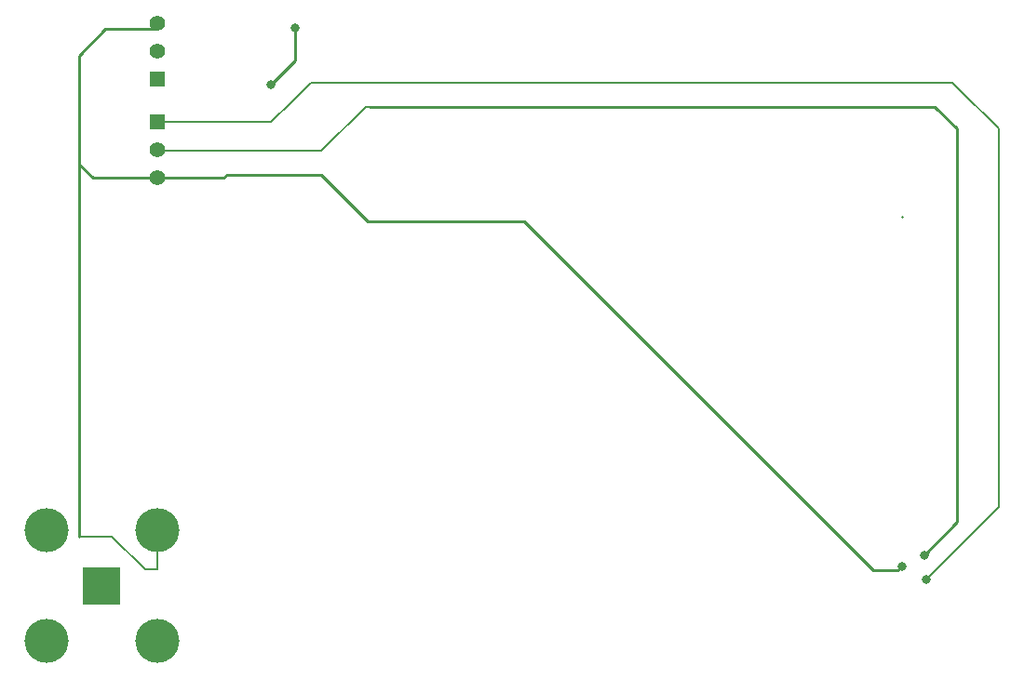
<source format=gbr>
%TF.GenerationSoftware,KiCad,Pcbnew,(6.0.8-1)-1*%
%TF.CreationDate,2022-10-31T21:03:20-04:00*%
%TF.ProjectId,Untitled,556e7469-746c-4656-942e-6b696361645f,rev?*%
%TF.SameCoordinates,Original*%
%TF.FileFunction,Copper,L2,Bot*%
%TF.FilePolarity,Positive*%
%FSLAX46Y46*%
G04 Gerber Fmt 4.6, Leading zero omitted, Abs format (unit mm)*
G04 Created by KiCad (PCBNEW (6.0.8-1)-1) date 2022-10-31 21:03:20*
%MOMM*%
%LPD*%
G01*
G04 APERTURE LIST*
%TA.AperFunction,ComponentPad*%
%ADD10R,3.500000X3.500000*%
%TD*%
%TA.AperFunction,ComponentPad*%
%ADD11C,4.000000*%
%TD*%
%TA.AperFunction,ComponentPad*%
%ADD12R,1.397000X1.397000*%
%TD*%
%TA.AperFunction,ComponentPad*%
%ADD13C,1.397000*%
%TD*%
%TA.AperFunction,ViaPad*%
%ADD14C,0.800000*%
%TD*%
%TA.AperFunction,Conductor*%
%ADD15C,0.250000*%
%TD*%
%TA.AperFunction,Conductor*%
%ADD16C,0.200000*%
%TD*%
G04 APERTURE END LIST*
D10*
%TO.P,REF\u002A\u002A,1*%
%TO.N,N/C*%
X54200000Y-87200000D03*
D11*
%TO.P,REF\u002A\u002A,2*%
X49175000Y-82175000D03*
X49175000Y-92225000D03*
X59225000Y-82175000D03*
X59225000Y-92225000D03*
%TD*%
D12*
%TO.P,REF\u002A\u002A,1*%
%TO.N,N/C*%
X59250100Y-41127500D03*
D13*
%TO.P,REF\u002A\u002A,2*%
X59250100Y-38587500D03*
%TO.P,REF\u002A\u002A,3*%
X59250100Y-36047500D03*
%TD*%
D12*
%TO.P,REF\u002A\u002A,1*%
%TO.N,N/C*%
X59250100Y-45012500D03*
D13*
%TO.P,REF\u002A\u002A,2*%
X59250100Y-47552500D03*
%TO.P,REF\u002A\u002A,3*%
X59250100Y-50092500D03*
%TD*%
D14*
%TO.N,*%
X126980000Y-85420000D03*
X69600000Y-41600000D03*
X129000000Y-84400000D03*
X71800000Y-36400000D03*
X129200000Y-86600000D03*
%TD*%
D15*
%TO.N,*%
X126980000Y-85420000D02*
X126600000Y-85800000D01*
X126600000Y-85800000D02*
X124400000Y-85800000D01*
X124400000Y-85800000D02*
X92600000Y-54000000D01*
X92600000Y-54000000D02*
X78400000Y-54000000D01*
X78400000Y-54000000D02*
X74200000Y-49800000D01*
X74200000Y-49800000D02*
X65600000Y-49800000D01*
X65600000Y-49800000D02*
X65307500Y-50092500D01*
X65307500Y-50092500D02*
X53402500Y-50092500D01*
X53402500Y-50092500D02*
X52150000Y-48840000D01*
D16*
X71500000Y-43100000D02*
X73200000Y-41400000D01*
X71400000Y-43200000D02*
X71500000Y-43100000D01*
X69587500Y-45012500D02*
X59250100Y-45012500D01*
X71500000Y-43100000D02*
X69587500Y-45012500D01*
D15*
X130000000Y-43600000D02*
X78600000Y-43600000D01*
D16*
X59297600Y-47600000D02*
X74200000Y-47600000D01*
X59250100Y-47552500D02*
X59297600Y-47600000D01*
X74200000Y-47600000D02*
X78200000Y-43600000D01*
X78200000Y-43600000D02*
X78600000Y-43600000D01*
D15*
X132000000Y-49000000D02*
X132000000Y-45600000D01*
X132000000Y-45600000D02*
X130000000Y-43600000D01*
X126980000Y-53620000D02*
X126960000Y-53600000D01*
X132000000Y-49000000D02*
X132000000Y-81400000D01*
D16*
X132200000Y-42000000D02*
X135800000Y-45600000D01*
X55150000Y-82750000D02*
X52150000Y-82750000D01*
X59225000Y-85740974D02*
X59225000Y-82175000D01*
D15*
X132000000Y-81400000D02*
X129000000Y-84400000D01*
X132000000Y-51000000D02*
X132000000Y-49000000D01*
X71860000Y-36340000D02*
X71800000Y-36400000D01*
D16*
X131600000Y-41400000D02*
X132200000Y-42000000D01*
X58140974Y-85740974D02*
X59225000Y-85740974D01*
X55150000Y-82750000D02*
X58140974Y-85740974D01*
X73200000Y-41400000D02*
X131600000Y-41400000D01*
D15*
X52150000Y-82750000D02*
X52150000Y-38940000D01*
D16*
X135800000Y-50400000D02*
X135800000Y-51400000D01*
X135800000Y-45600000D02*
X135800000Y-50400000D01*
D15*
X71800000Y-36400000D02*
X71800000Y-39400000D01*
X54532494Y-36557506D02*
X59270100Y-36557506D01*
D16*
X135800000Y-80000000D02*
X129200000Y-86600000D01*
D15*
X52150000Y-38940000D02*
X54532494Y-36557506D01*
X71800000Y-39400000D02*
X69600000Y-41600000D01*
D16*
X135800000Y-50400000D02*
X135800000Y-80000000D01*
%TD*%
M02*

</source>
